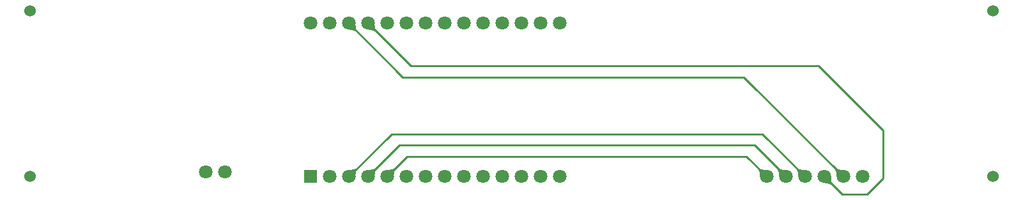
<source format=gbr>
%TF.GenerationSoftware,Altium Limited,Altium Designer,23.4.1 (23)*%
G04 Layer_Physical_Order=1*
G04 Layer_Color=255*
%FSLAX44Y44*%
%MOMM*%
%TF.SameCoordinates,691261D2-1884-439D-B531-122D69197680*%
%TF.FilePolarity,Positive*%
%TF.FileFunction,Copper,L1,Top,Signal*%
%TF.Part,Single*%
G01*
G75*
%TA.AperFunction,Conductor*%
%ADD10C,0.2540*%
%TA.AperFunction,WasherPad*%
%ADD11C,1.5240*%
%TA.AperFunction,ComponentPad*%
%ADD12R,1.8000X1.8000*%
%ADD13C,1.8000*%
G36*
X556557Y255151D02*
X556702Y252730D01*
X556838Y251668D01*
X557019Y250706D01*
X557242Y249842D01*
X557508Y249078D01*
X557818Y248413D01*
X558171Y247846D01*
X558567Y247379D01*
X556771Y245583D01*
X556304Y245979D01*
X555737Y246332D01*
X555072Y246642D01*
X554308Y246908D01*
X553444Y247131D01*
X552482Y247311D01*
X551420Y247449D01*
X548999Y247593D01*
X547640Y247600D01*
X556550Y256510D01*
X556557Y255151D01*
D02*
G37*
G36*
X531157D02*
X531301Y252730D01*
X531438Y251668D01*
X531619Y250706D01*
X531842Y249842D01*
X532108Y249078D01*
X532418Y248413D01*
X532771Y247846D01*
X533167Y247379D01*
X531371Y245583D01*
X530904Y245979D01*
X530337Y246332D01*
X529672Y246642D01*
X528908Y246908D01*
X528044Y247131D01*
X527082Y247311D01*
X526020Y247449D01*
X523599Y247593D01*
X522240Y247600D01*
X531150Y256510D01*
X531157Y255151D01*
D02*
G37*
G36*
X583967Y62621D02*
X583571Y62154D01*
X583218Y61587D01*
X582908Y60922D01*
X582642Y60158D01*
X582419Y59294D01*
X582239Y58332D01*
X582102Y57270D01*
X581957Y54849D01*
X581950Y53490D01*
X573040Y62400D01*
X574399Y62407D01*
X576820Y62551D01*
X577882Y62688D01*
X578844Y62869D01*
X579708Y63092D01*
X580472Y63358D01*
X581137Y63668D01*
X581704Y64021D01*
X582171Y64417D01*
X583967Y62621D01*
D02*
G37*
G36*
X558567D02*
X558171Y62154D01*
X557818Y61587D01*
X557508Y60922D01*
X557242Y60158D01*
X557019Y59294D01*
X556838Y58332D01*
X556702Y57270D01*
X556557Y54849D01*
X556550Y53490D01*
X547640Y62400D01*
X548999Y62407D01*
X551420Y62551D01*
X552482Y62688D01*
X553444Y62869D01*
X554308Y63092D01*
X555072Y63358D01*
X555737Y63668D01*
X556304Y64021D01*
X556771Y64417D01*
X558567Y62621D01*
D02*
G37*
G36*
X533167D02*
X532771Y62154D01*
X532418Y61587D01*
X532108Y60922D01*
X531842Y60158D01*
X531619Y59294D01*
X531438Y58332D01*
X531301Y57270D01*
X531157Y54849D01*
X531150Y53490D01*
X522240Y62400D01*
X523599Y62407D01*
X526020Y62551D01*
X527082Y62688D01*
X528044Y62869D01*
X528908Y63092D01*
X529672Y63358D01*
X530337Y63668D01*
X530904Y64021D01*
X531371Y64417D01*
X533167Y62621D01*
D02*
G37*
G36*
X1066779Y64417D02*
X1067246Y64021D01*
X1067813Y63668D01*
X1068478Y63358D01*
X1069242Y63092D01*
X1070106Y62869D01*
X1071068Y62688D01*
X1072130Y62551D01*
X1074551Y62407D01*
X1075910Y62400D01*
X1067001Y53490D01*
X1066993Y54849D01*
X1066849Y57270D01*
X1066712Y58332D01*
X1066531Y59294D01*
X1066308Y60158D01*
X1066042Y60922D01*
X1065732Y61587D01*
X1065379Y62154D01*
X1064983Y62621D01*
X1066779Y64417D01*
D02*
G37*
G36*
X1092179D02*
X1092646Y64021D01*
X1093213Y63668D01*
X1093878Y63358D01*
X1094642Y63092D01*
X1095506Y62869D01*
X1096468Y62688D01*
X1097530Y62551D01*
X1099951Y62407D01*
X1101310Y62400D01*
X1092401Y53490D01*
X1092393Y54849D01*
X1092249Y57270D01*
X1092112Y58332D01*
X1091931Y59294D01*
X1091708Y60158D01*
X1091442Y60922D01*
X1091132Y61587D01*
X1090779Y62154D01*
X1090383Y62621D01*
X1092179Y64417D01*
D02*
G37*
G36*
X1117579D02*
X1118046Y64021D01*
X1118613Y63668D01*
X1119278Y63358D01*
X1120042Y63092D01*
X1120906Y62869D01*
X1121868Y62688D01*
X1122930Y62551D01*
X1125351Y62407D01*
X1126710Y62400D01*
X1117801Y53490D01*
X1117793Y54849D01*
X1117648Y57270D01*
X1117512Y58332D01*
X1117331Y59294D01*
X1117108Y60158D01*
X1116842Y60922D01*
X1116532Y61587D01*
X1116179Y62154D01*
X1115783Y62621D01*
X1117579Y64417D01*
D02*
G37*
G36*
X1161421Y42383D02*
X1160954Y42779D01*
X1160387Y43132D01*
X1159722Y43442D01*
X1158958Y43708D01*
X1158094Y43931D01*
X1157132Y44111D01*
X1156070Y44248D01*
X1153649Y44393D01*
X1152290Y44400D01*
X1161200Y53310D01*
X1161207Y51951D01*
X1161351Y49530D01*
X1161488Y48468D01*
X1161669Y47506D01*
X1161892Y46642D01*
X1162158Y45878D01*
X1162468Y45213D01*
X1162821Y44646D01*
X1163217Y44179D01*
X1161421Y42383D01*
D02*
G37*
G36*
X1168379Y64417D02*
X1168847Y64021D01*
X1169413Y63668D01*
X1170078Y63358D01*
X1170842Y63092D01*
X1171706Y62869D01*
X1172668Y62688D01*
X1173730Y62551D01*
X1176151Y62407D01*
X1177510Y62400D01*
X1168600Y53490D01*
X1168593Y54849D01*
X1168448Y57270D01*
X1168311Y58332D01*
X1168131Y59294D01*
X1167908Y60158D01*
X1167642Y60922D01*
X1167332Y61587D01*
X1166979Y62154D01*
X1166583Y62621D01*
X1168379Y64417D01*
D02*
G37*
D10*
X599550Y80000D02*
X1049400D01*
X572950Y53400D02*
X599550Y80000D01*
X1049400D02*
X1076000Y53400D01*
X547550D02*
X589150Y95000D01*
X1059800D02*
X1101400Y53400D01*
X589150Y95000D02*
X1059800D01*
X578750Y110000D02*
X1070200D01*
X522150Y53400D02*
X578750Y110000D01*
X1070200D02*
X1126800Y53400D01*
X1209000Y30000D02*
X1230000Y51000D01*
X1152200Y53400D02*
X1175600Y30000D01*
X1209000D01*
X1230000Y51000D02*
Y115000D01*
X1145000Y200000D02*
X1230000Y115000D01*
X604150Y200000D02*
X1145000D01*
X547550Y256600D02*
X604150Y200000D01*
X593750Y185000D02*
X1046000D01*
X522150Y256600D02*
X593750Y185000D01*
X1046000D02*
X1177600Y53400D01*
D11*
X1376000Y273400D02*
D03*
X100000Y53400D02*
D03*
Y273400D02*
D03*
X1376000Y53400D02*
D03*
D12*
X471350D02*
D03*
D13*
X801550Y256600D02*
D03*
X776150D02*
D03*
X750750D02*
D03*
X725350D02*
D03*
X699950D02*
D03*
X623750D02*
D03*
X598350D02*
D03*
X572950D02*
D03*
X547550D02*
D03*
X522150D02*
D03*
X496750D02*
D03*
X471350D02*
D03*
X649150D02*
D03*
X674550D02*
D03*
X801550Y53400D02*
D03*
X776150D02*
D03*
X750750D02*
D03*
X725350D02*
D03*
X699950D02*
D03*
X623750D02*
D03*
X598350D02*
D03*
X572950D02*
D03*
X547550D02*
D03*
X522150D02*
D03*
X496750D02*
D03*
X649150D02*
D03*
X674550D02*
D03*
X332300Y60000D02*
D03*
X357700D02*
D03*
X1203000Y53400D02*
D03*
X1177600D02*
D03*
X1152200D02*
D03*
X1126800D02*
D03*
X1101400D02*
D03*
X1076000D02*
D03*
%TF.MD5,ada90a2edbd28e8af3748944d4bb5fda*%
M02*

</source>
